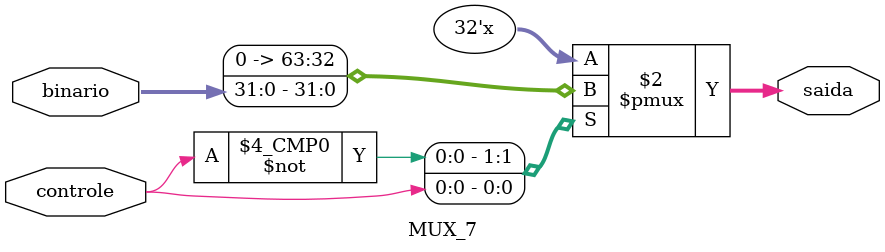
<source format=v>
module MUX_7 (binario, saida, controle);

	// input
	input [31:0] binario;
	input controle;
	
	// output 
	output reg [31:0] saida;
	
	always @ (*) begin
		
		case(controle)
			1'b0: saida = 32'b00000000000000000000000000000000;
			1'b1: saida = binario;
		endcase
	end
endmodule 
</source>
